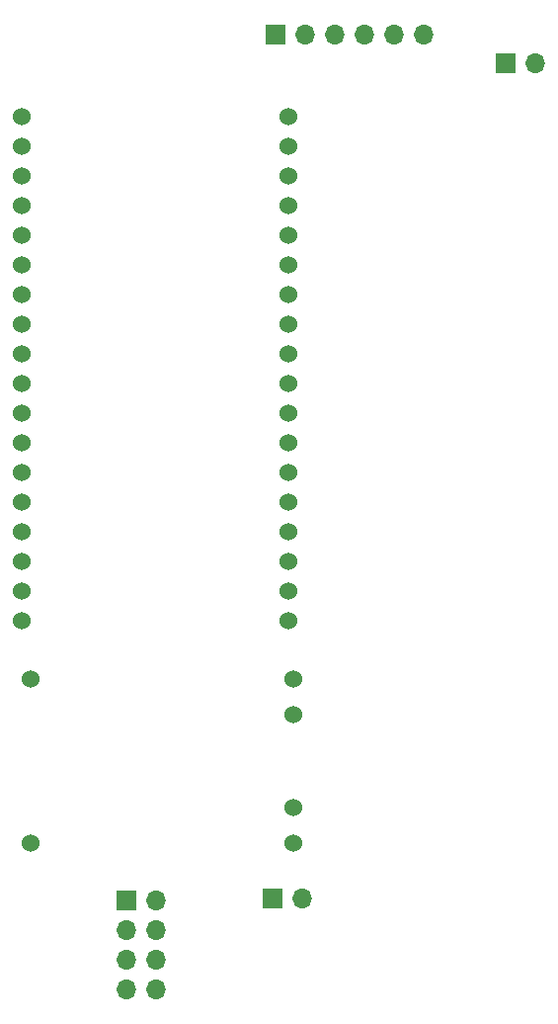
<source format=gbr>
%TF.GenerationSoftware,KiCad,Pcbnew,8.0.8*%
%TF.CreationDate,2025-07-12T12:46:27+02:00*%
%TF.ProjectId,lora_sensor_case-sensor_top,6c6f7261-5f73-4656-9e73-6f725f636173,rev?*%
%TF.SameCoordinates,Original*%
%TF.FileFunction,Soldermask,Bot*%
%TF.FilePolarity,Negative*%
%FSLAX46Y46*%
G04 Gerber Fmt 4.6, Leading zero omitted, Abs format (unit mm)*
G04 Created by KiCad (PCBNEW 8.0.8) date 2025-07-12 12:46:27*
%MOMM*%
%LPD*%
G01*
G04 APERTURE LIST*
%ADD10R,1.700000X1.700000*%
%ADD11O,1.700000X1.700000*%
%ADD12C,1.524000*%
G04 APERTURE END LIST*
D10*
%TO.C,J1*%
X124210000Y-147000000D03*
D11*
X126750000Y-147000000D03*
%TD*%
D12*
%TO.C,U1*%
X125610000Y-123180000D03*
X125610000Y-120640000D03*
X125610000Y-118100000D03*
X125610000Y-115560000D03*
X125610000Y-113020000D03*
X125610000Y-110480000D03*
X125610000Y-107940000D03*
X125610000Y-105400000D03*
X125610000Y-102860000D03*
X125610000Y-100320000D03*
X125610000Y-97780000D03*
X125610000Y-95240000D03*
X125610000Y-92700000D03*
X125610000Y-90160000D03*
X125610000Y-87620000D03*
X125610000Y-85080000D03*
X125610000Y-82540000D03*
X125610000Y-80000000D03*
X102750000Y-123180000D03*
X102750000Y-120640000D03*
X102750000Y-118100000D03*
X102750000Y-115560000D03*
X102750000Y-113020000D03*
X102750000Y-110480000D03*
X102750000Y-107940000D03*
X102750000Y-105400000D03*
X102750000Y-102860000D03*
X102750000Y-100320000D03*
X102750000Y-97780000D03*
X102750000Y-95240000D03*
X102750000Y-92700000D03*
X102750000Y-90160000D03*
X102750000Y-87620000D03*
X102750000Y-85080000D03*
X102750000Y-82540000D03*
X102750000Y-80000000D03*
%TD*%
D10*
%TO.C,J3*%
X144210000Y-75500000D03*
D11*
X146750000Y-75500000D03*
%TD*%
D10*
%TO.C,J2*%
X111725000Y-147199998D03*
D11*
X114265000Y-147199998D03*
X111725000Y-149739998D03*
X114265000Y-149739998D03*
X111725000Y-152279998D03*
X114265000Y-152279998D03*
X111725000Y-154819998D03*
X114265000Y-154819998D03*
%TD*%
D10*
%TO.C,U2*%
X124460000Y-73000000D03*
D11*
X127000000Y-73000000D03*
X129540000Y-73000000D03*
X132080000Y-73000000D03*
X134620000Y-73000000D03*
X137160000Y-73000000D03*
%TD*%
D12*
%TO.C,U4*%
X103495300Y-128250000D03*
X103495300Y-142250000D03*
X125995300Y-128250000D03*
X125995300Y-131250000D03*
X125995300Y-139250000D03*
X125995300Y-142250000D03*
%TD*%
M02*

</source>
